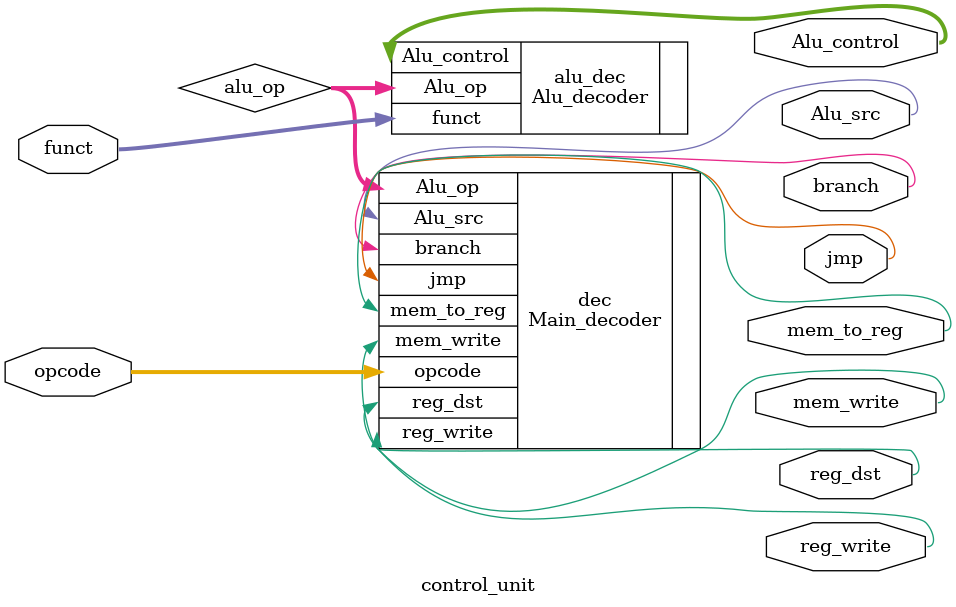
<source format=v>
module control_unit (
    input wire [5:0] opcode,
    input wire [5:0] funct,
    output wire       jmp,
    output wire       mem_to_reg,
    output wire       mem_write,
    output wire       branch,
    output wire       Alu_src,
    output wire       reg_dst,
    output wire       reg_write,
    output wire [2:0] Alu_control
);
wire [1:0] alu_op;
Main_decoder dec (
    .opcode(opcode),
    .jmp(jmp),
    .mem_to_reg(mem_to_reg),
    .mem_write(mem_write),
    .branch(branch),
    .Alu_src(Alu_src),
    .reg_dst(reg_dst),
    .reg_write(reg_write),
    .Alu_op(alu_op)
);

Alu_decoder alu_dec (
    .funct(funct),
    .Alu_op(alu_op),
    .Alu_control(Alu_control)
);

endmodule
</source>
